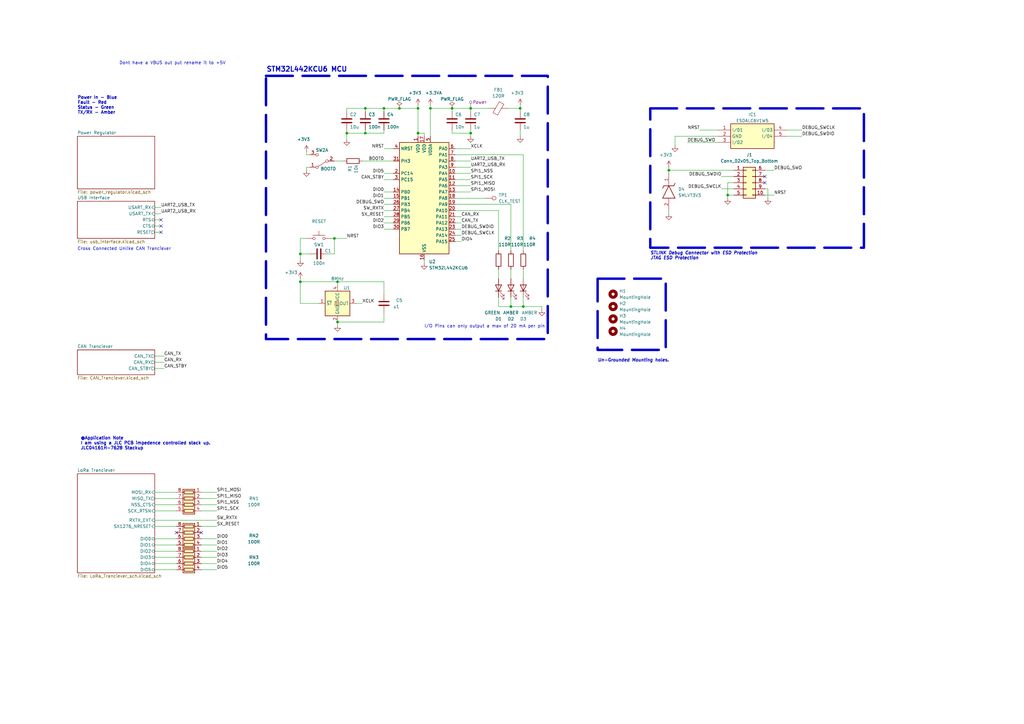
<source format=kicad_sch>
(kicad_sch (version 20230121) (generator eeschema)
  (paper "A3")
  (title_block (date "2023-09-16") (rev "1"))
  (lib_symbols
    (symbol "Connector:TestPoint" (pin_numbers hide) (pin_names (offset 0.762) hide)
      (property "Reference" "TP" (at 0 6.858 0))
      (property "Value" "TestPoint" (at 0 5.08 0))
      (symbol "TestPoint_0_1"
        (circle (center 0 3.302) (radius 0.762))
      )
      (symbol "TestPoint_1_1"
        (pin passive line (at 0 0 90) (length 2.54) (name "1") (number "1"))
      )
    )
    (symbol "Connector_Generic:Conn_02x05_Top_Bottom" (pin_names (offset 1.016) hide)
      (property "Reference" "J" (at 1.27 7.62 0))
      (property "Value" "Conn_02x05_Top_Bottom" (at 1.27 -7.62 0))
      (symbol "Conn_02x05_Top_Bottom_1_1"
        (rectangle (start -1.27 -4.953) (end 0 -5.207) (stroke (width 0.1524)))
        (rectangle (start -1.27 -2.413) (end 0 -2.667) (stroke (width 0.1524)))
        (rectangle (start -1.27 0.127) (end 0 -0.127) (stroke (width 0.1524)))
        (rectangle (start -1.27 2.667) (end 0 2.413) (stroke (width 0.1524)))
        (rectangle (start -1.27 5.207) (end 0 4.953) (stroke (width 0.1524)))
        (rectangle (start -1.27 6.35) (end 3.81 -6.35) (stroke (width 0.254)) (fill (type background)))
        (rectangle (start 3.81 -4.953) (end 2.54 -5.207) (stroke (width 0.1524)))
        (rectangle (start 3.81 -2.413) (end 2.54 -2.667) (stroke (width 0.1524)))
        (rectangle (start 3.81 0.127) (end 2.54 -0.127) (stroke (width 0.1524)))
        (rectangle (start 3.81 2.667) (end 2.54 2.413) (stroke (width 0.1524)))
        (rectangle (start 3.81 5.207) (end 2.54 4.953) (stroke (width 0.1524)))
        (pin passive line (at -5.08 5.08 0) (length 3.81) (name "Pin_1") (number "1"))
        (pin passive line (at 7.62 -5.08 180) (length 3.81) (name "Pin_10") (number "10"))
        (pin passive line (at -5.08 2.54 0) (length 3.81) (name "Pin_2") (number "2"))
        (pin passive line (at -5.08 0 0) (length 3.81) (name "Pin_3") (number "3"))
        (pin passive line (at -5.08 -2.54 0) (length 3.81) (name "Pin_4") (number "4"))
        (pin passive line (at -5.08 -5.08 0) (length 3.81) (name "Pin_5") (number "5"))
        (pin passive line (at 7.62 5.08 180) (length 3.81) (name "Pin_6") (number "6"))
        (pin passive line (at 7.62 2.54 180) (length 3.81) (name "Pin_7") (number "7"))
        (pin passive line (at 7.62 0 180) (length 3.81) (name "Pin_8") (number "8"))
        (pin passive line (at 7.62 -2.54 180) (length 3.81) (name "Pin_9") (number "9"))
      )
    )
    (symbol "Device:C" (pin_numbers hide) (pin_names (offset 0.254))
      (property "Reference" "C" (at 0.635 2.54 0))
      (property "Value" "C" (at 0.635 -2.54 0))
      (symbol "C_0_1"
        (polyline (pts (xy -2.032 -0.762) (xy 2.032 -0.762)) (stroke (width 0.508)))
        (polyline (pts (xy -2.032 0.762) (xy 2.032 0.762)) (stroke (width 0.508)))
      )
      (symbol "C_1_1"
        (pin passive line (at 0 3.81 270) (length 2.794) (name "~") (number "1"))
        (pin passive line (at 0 -3.81 90) (length 2.794) (name "~") (number "2"))
      )
    )
    (symbol "Device:FerriteBead" (pin_numbers hide) (pin_names (offset 0))
      (property "Reference" "FB" (at -3.81 0.635 90))
      (property "Value" "FerriteBead" (at 3.81 0 90))
      (symbol "FerriteBead_0_1"
        (polyline (pts (xy 0 -1.27) (xy 0 -1.2192)))
        (polyline (pts (xy 0 1.27) (xy 0 1.2954)))
        (polyline (pts (xy -2.7686 0.4064) (xy -1.7018 2.2606) (xy 2.7686 -0.3048) (xy 1.6764 -2.159) (xy -2.7686 0.4064)))
      )
      (symbol "FerriteBead_1_1"
        (pin passive line (at 0 3.81 270) (length 2.54) (name "~") (number "1"))
        (pin passive line (at 0 -3.81 90) (length 2.54) (name "~") (number "2"))
      )
    )
    (symbol "Device:LED" (pin_numbers hide) (pin_names (offset 1.016) hide)
      (property "Reference" "D" (at 0 2.54 0))
      (property "Value" "LED" (at 0 -2.54 0))
      (symbol "LED_0_1"
        (polyline (pts (xy -1.27 -1.27) (xy -1.27 1.27)) (stroke (width 0.254)))
        (polyline (pts (xy -1.27 0) (xy 1.27 0)))
        (polyline (pts (xy 1.27 -1.27) (xy 1.27 1.27) (xy -1.27 0) (xy 1.27 -1.27)) (stroke (width 0.254)))
        (polyline (pts (xy -3.048 -0.762) (xy -4.572 -2.286) (xy -3.81 -2.286) (xy -4.572 -2.286) (xy -4.572 -1.524)))
        (polyline (pts (xy -1.778 -0.762) (xy -3.302 -2.286) (xy -2.54 -2.286) (xy -3.302 -2.286) (xy -3.302 -1.524)))
      )
      (symbol "LED_1_1"
        (pin passive line (at -3.81 0 0) (length 2.54) (name "K") (number "1"))
        (pin passive line (at 3.81 0 180) (length 2.54) (name "A") (number "2"))
      )
    )
    (symbol "Device:R" (pin_numbers hide) (pin_names (offset 0))
      (property "Reference" "R" (at 2.032 0 90))
      (property "Value" "R" (at 0 0 90))
      (symbol "R_0_1"
        (rectangle (start -1.016 -2.54) (end 1.016 2.54) (stroke (width 0.254)))
      )
      (symbol "R_1_1"
        (pin passive line (at 0 3.81 270) (length 1.27) (name "~") (number "1"))
        (pin passive line (at 0 -3.81 90) (length 1.27) (name "~") (number "2"))
      )
    )
    (symbol "Device:R_Pack04" (pin_names (offset 0) hide)
      (property "Reference" "RN" (at -7.62 0 90))
      (property "Value" "R_Pack04" (at 5.08 0 90))
      (symbol "R_Pack04_0_1"
        (rectangle (start -6.35 -2.413) (end 3.81 2.413) (stroke (width 0.254)) (fill (type background)))
        (rectangle (start -5.715 1.905) (end -4.445 -1.905) (stroke (width 0.254)))
        (rectangle (start -3.175 1.905) (end -1.905 -1.905) (stroke (width 0.254)))
        (rectangle (start -0.635 1.905) (end 0.635 -1.905) (stroke (width 0.254)))
        (polyline (pts (xy -5.08 -2.54) (xy -5.08 -1.905)))
        (polyline (pts (xy -5.08 1.905) (xy -5.08 2.54)))
        (polyline (pts (xy -2.54 -2.54) (xy -2.54 -1.905)))
        (polyline (pts (xy -2.54 1.905) (xy -2.54 2.54)))
        (polyline (pts (xy 0 -2.54) (xy 0 -1.905)))
        (polyline (pts (xy 0 1.905) (xy 0 2.54)))
        (polyline (pts (xy 2.54 -2.54) (xy 2.54 -1.905)))
        (polyline (pts (xy 2.54 1.905) (xy 2.54 2.54)))
        (rectangle (start 1.905 1.905) (end 3.175 -1.905) (stroke (width 0.254)))
      )
      (symbol "R_Pack04_1_1"
        (pin passive line (at -5.08 -5.08 90) (length 2.54) (name "R1.1") (number "1"))
        (pin passive line (at -2.54 -5.08 90) (length 2.54) (name "R2.1") (number "2"))
        (pin passive line (at 0 -5.08 90) (length 2.54) (name "R3.1") (number "3"))
        (pin passive line (at 2.54 -5.08 90) (length 2.54) (name "R4.1") (number "4"))
        (pin passive line (at 2.54 5.08 270) (length 2.54) (name "R4.2") (number "5"))
        (pin passive line (at 0 5.08 270) (length 2.54) (name "R3.2") (number "6"))
        (pin passive line (at -2.54 5.08 270) (length 2.54) (name "R2.2") (number "7"))
        (pin passive line (at -5.08 5.08 270) (length 2.54) (name "R1.2") (number "8"))
      )
    )
    (symbol "MCU_ST_STM32L4:STM32L442KCUx"
      (property "Reference" "U" (at -10.16 24.13 0))
      (property "Value" "STM32L442KCUx" (at 5.08 24.13 0))
      (symbol "STM32L442KCUx_0_1"
        (rectangle (start -10.16 -22.86) (end 10.16 22.86) (stroke (width 0.254)) (fill (type background)))
      )
      (symbol "STM32L442KCUx_1_1"
        (pin power_in line (at -2.54 25.4 270) (length 2.54) (name "VDD") (number "1"))
        (pin bidirectional line (at 12.7 10.16 180) (length 2.54) (name "PA4") (number "10"))
        (pin bidirectional line (at 12.7 7.62 180) (length 2.54) (name "PA5") (number "11"))
        (pin bidirectional line (at 12.7 5.08 180) (length 2.54) (name "PA6") (number "12"))
        (pin bidirectional line (at 12.7 2.54 180) (length 2.54) (name "PA7") (number "13"))
        (pin bidirectional line (at -12.7 2.54 0) (length 2.54) (name "PB0") (number "14"))
        (pin bidirectional line (at -12.7 0 0) (length 2.54) (name "PB1") (number "15"))
        (pin power_in line (at 0 -25.4 90) (length 2.54) (name "VSS") (number "16"))
        (pin power_in line (at 0 25.4 270) (length 2.54) (name "VDD") (number "17"))
        (pin bidirectional line (at 12.7 0 180) (length 2.54) (name "PA8") (number "18"))
        (pin bidirectional line (at 12.7 -2.54 180) (length 2.54) (name "PA9") (number "19"))
        (pin bidirectional line (at -12.7 10.16 0) (length 2.54) (name "PC14") (number "2"))
        (pin bidirectional line (at 12.7 -5.08 180) (length 2.54) (name "PA10") (number "20"))
        (pin bidirectional line (at 12.7 -7.62 180) (length 2.54) (name "PA11") (number "21"))
        (pin bidirectional line (at 12.7 -10.16 180) (length 2.54) (name "PA12") (number "22"))
        (pin bidirectional line (at 12.7 -12.7 180) (length 2.54) (name "PA13") (number "23"))
        (pin bidirectional line (at 12.7 -15.24 180) (length 2.54) (name "PA14") (number "24"))
        (pin bidirectional line (at 12.7 -17.78 180) (length 2.54) (name "PA15") (number "25"))
        (pin bidirectional line (at -12.7 -2.54 0) (length 2.54) (name "PB3") (number "26"))
        (pin bidirectional line (at -12.7 -5.08 0) (length 2.54) (name "PB4") (number "27"))
        (pin bidirectional line (at -12.7 -7.62 0) (length 2.54) (name "PB5") (number "28"))
        (pin bidirectional line (at -12.7 -10.16 0) (length 2.54) (name "PB6") (number "29"))
        (pin bidirectional line (at -12.7 7.62 0) (length 2.54) (name "PC15") (number "3"))
        (pin bidirectional line (at -12.7 -12.7 0) (length 2.54) (name "PB7") (number "30"))
        (pin bidirectional line (at -12.7 15.24 0) (length 2.54) (name "PH3") (number "31"))
        (pin passive line (at 0 -25.4 90) (length 2.54) hide (name "VSS") (number "32"))
        (pin passive line (at 0 -25.4 90) (length 2.54) hide (name "VSS") (number "33"))
        (pin input line (at -12.7 20.32 0) (length 2.54) (name "NRST") (number "4"))
        (pin power_in line (at 2.54 25.4 270) (length 2.54) (name "VDDA") (number "5"))
        (pin bidirectional line (at 12.7 20.32 180) (length 2.54) (name "PA0") (number "6"))
        (pin bidirectional line (at 12.7 17.78 180) (length 2.54) (name "PA1") (number "7"))
        (pin bidirectional line (at 12.7 15.24 180) (length 2.54) (name "PA2") (number "8"))
        (pin bidirectional line (at 12.7 12.7 180) (length 2.54) (name "PA3") (number "9"))
      )
    )
    (symbol "Mechanical:MountingHole" (pin_names (offset 1.016))
      (property "Reference" "H" (at 0 5.08 0))
      (property "Value" "MountingHole" (at 0 3.175 0))
      (symbol "MountingHole_0_1"
        (circle (center 0 0) (radius 1.27) (stroke (width 1.27)))
      )
    )
    (symbol "RF_Parts:ESDALC6V1W5"
      (property "Reference" "IC" (at 24.13 7.62 0))
      (property "Value" "ESDALC6V1W5" (at 24.13 5.08 0))
      (symbol "ESDALC6V1W5_1_1"
        (rectangle (start 5.08 2.54) (end 22.86 -7.62) (stroke (width 0.254)) (fill (type background)))
        (pin passive line (at 0 0 0) (length 5.08) (name "I/01") (number "1"))
        (pin passive line (at 0 -2.54 0) (length 5.08) (name "GND") (number "2"))
        (pin passive line (at 0 -5.08 0) (length 5.08) (name "I/02") (number "3"))
        (pin passive line (at 27.94 0 180) (length 5.08) (name "I/03") (number "4"))
        (pin passive line (at 27.94 -2.54 180) (length 5.08) (name "I/04") (number "5"))
      )
    )
    (symbol "RF_Parts:SG-3225CAN"
      (property "Reference" "U" (at 3.81 7.62 0))
      (symbol "SG-3225CAN_0_1"
        (rectangle (start -5.08 5.08) (end 5.08 -5.08) (stroke (width 0.254)) (fill (type background)))
        (polyline (pts (xy -1.27 -0.762) (xy -1.016 -0.762) (xy -1.016 0.762) (xy -0.508 0.762) (xy -0.508 -0.762) (xy 0 -0.762) (xy 0 0.762) (xy 0.508 0.762) (xy 0.508 -0.762) (xy 0.762 -0.762)))
      )
      (symbol "SG-3225CAN_1_1"
        (pin input line (at -7.62 0 0) (length 2.54) (name "~{ST}") (number "1"))
        (pin power_in line (at 0 -7.62 90) (length 2.54) (name "GND") (number "2"))
        (pin output line (at 7.62 0 180) (length 2.54) (name "OUT") (number "3"))
        (pin power_in line (at 0 7.62 270) (length 2.54) (name "VCC") (number "4"))
      )
    )
    (symbol "RF_Parts:SMLVT3V3" (pin_names hide)
      (property "Reference" "D" (at 10.16 8.89 0))
      (property "Value" "SMLVT3V3" (at 10.16 6.35 0))
      (symbol "SMLVT3V3_1_1"
        (polyline (pts (xy 4.064 2.54) (xy 5.08 2.032)) (stroke (width 0.254)))
        (polyline (pts (xy 5.08 -2.032) (xy 5.08 2.032)) (stroke (width 0.254)))
        (polyline (pts (xy 5.08 -2.032) (xy 6.096 -2.54)) (stroke (width 0.254)))
        (polyline (pts (xy 5.08 0) (xy 10.16 2.54)) (stroke (width 0.254)))
        (polyline (pts (xy 10.16 -2.54) (xy 5.08 0)) (stroke (width 0.254)))
        (polyline (pts (xy 10.16 -2.54) (xy 10.16 2.54)) (stroke (width 0.254)))
        (pin passive line (at 0 0 0) (length 5.08) (name "K") (number "1"))
        (pin passive line (at 15.24 0 180) (length 5.08) (name "A") (number "2"))
      )
    )
    (symbol "Switch:SW_DPDT_x2" (pin_names (offset 0) hide)
      (property "Reference" "SW" (at 0 4.318 0))
      (property "Value" "SW_DPDT_x2" (at 0 -5.08 0))
      (symbol "SW_DPDT_x2_0_0"
        (circle (center -2.032 0) (radius 0.508))
        (circle (center 2.032 -2.54) (radius 0.508))
      )
      (symbol "SW_DPDT_x2_0_1"
        (polyline (pts (xy -1.524 0.254) (xy 1.651 2.286)))
        (circle (center 2.032 2.54) (radius 0.508))
      )
      (symbol "SW_DPDT_x2_1_1"
        (pin passive line (at 5.08 2.54 180) (length 2.54) (name "A") (number "1"))
        (pin passive line (at -5.08 0 0) (length 2.54) (name "B") (number "2"))
        (pin passive line (at 5.08 -2.54 180) (length 2.54) (name "C") (number "3"))
      )
      (symbol "SW_DPDT_x2_2_1"
        (pin passive line (at 5.08 2.54 180) (length 2.54) (name "A") (number "4"))
        (pin passive line (at -5.08 0 0) (length 2.54) (name "B") (number "5"))
        (pin passive line (at 5.08 -2.54 180) (length 2.54) (name "C") (number "6"))
      )
    )
    (symbol "Switch:SW_Push" (pin_numbers hide) (pin_names (offset 1.016) hide)
      (property "Reference" "SW" (at 1.27 2.54 0))
      (property "Value" "SW_Push" (at 0 -1.524 0))
      (symbol "SW_Push_0_1"
        (circle (center -2.032 0) (radius 0.508))
        (polyline (pts (xy 0 1.27) (xy 0 3.048)))
        (polyline (pts (xy 2.54 1.27) (xy -2.54 1.27)))
        (circle (center 2.032 0) (radius 0.508))
        (pin passive line (at -5.08 0 0) (length 2.54) (name "1") (number "1"))
        (pin passive line (at 5.08 0 180) (length 2.54) (name "2") (number "2"))
      )
    )
    (symbol "power:+3.3VA" (power) (pin_names (offset 0))
      (property "Value" "+3.3VA" (at 0 3.556 0))
      (symbol "+3.3VA_0_1"
        (polyline (pts (xy -0.762 1.27) (xy 0 2.54)))
        (polyline (pts (xy 0 0) (xy 0 2.54)))
        (polyline (pts (xy 0 2.54) (xy 0.762 1.27)))
      )
      (symbol "+3.3VA_1_1"
        (pin power_in line (at 0 0 90) (length 0) hide (name "+3.3VA") (number "1"))
      )
    )
    (symbol "power:+3V3" (power) (pin_names (offset 0))
      (property "Value" "+3V3" (at 0 3.556 0))
      (symbol "+3V3_0_1"
        (polyline (pts (xy -0.762 1.27) (xy 0 2.54)))
        (polyline (pts (xy 0 0) (xy 0 2.54)))
        (polyline (pts (xy 0 2.54) (xy 0.762 1.27)))
      )
      (symbol "+3V3_1_1"
        (pin power_in line (at 0 0 90) (length 0) hide (name "+3V3") (number "1"))
      )
    )
    (symbol "power:GND" (power) (pin_names (offset 0))
      (property "Value" "GND" (at 0 -3.81 0))
      (symbol "GND_0_1"
        (polyline (pts (xy 0 0) (xy 0 -1.27) (xy 1.27 -1.27) (xy 0 -2.54) (xy -1.27 -1.27) (xy 0 -1.27)))
      )
      (symbol "GND_1_1"
        (pin power_in line (at 0 0 270) (length 0) hide (name "GND") (number "1"))
      )
    )
    (symbol "power:PWR_FLAG" (power) (pin_numbers hide) (pin_names (offset 0) hide)
      (property "Value" "PWR_FLAG" (at 0 3.81 0))
      (symbol "PWR_FLAG_0_0"
        (pin power_out line (at 0 0 90) (length 0) (name "pwr") (number "1"))
      )
      (symbol "PWR_FLAG_0_1"
        (polyline (pts (xy 0 0) (xy 0 1.27) (xy -1.016 1.905) (xy 0 2.54) (xy 1.016 1.905) (xy 0 1.27)))
      )
    )
  )
  (junction (at 185.42 44.45))
  (junction (at 171.45 54.61))
  (junction (at 213.36 44.45))
  (junction (at 163.83 44.45))
  (junction (at 193.04 44.45))
  (junction (at 149.86 54.61))
  (junction (at 176.53 44.45))
  (junction (at 123.19 115.57))
  (junction (at 214.63 125.73))
  (junction (at 298.45 80.01))
  (junction (at 157.48 44.45))
  (junction (at 142.24 54.61))
  (junction (at 123.19 104.14))
  (junction (at 209.55 125.73))
  (junction (at 149.86 44.45))
  (junction (at 193.04 54.61))
  (junction (at 137.16 97.79))
  (junction (at 138.43 115.57))
  (junction (at 274.32 69.85))
  (junction (at 138.43 132.08))
  (junction (at 171.45 44.45))
  (no_connect (at 82.55 218.44))
  (no_connect (at 66.04 92.71))
  (no_connect (at 72.39 218.44))
  (no_connect (at 66.04 90.17))
  (no_connect (at 313.69 74.93))
  (no_connect (at 313.69 72.39))
  (no_connect (at 66.04 95.25))
  (wire (pts (xy 185.42 44.45) (xy 185.42 45.72)))
  (wire (pts (xy 123.19 97.79) (xy 123.19 104.14)))
  (wire (pts (xy 186.69 78.74) (xy 193.04 78.74)))
  (wire (pts (xy 137.16 97.79) (xy 137.16 104.14)))
  (wire (pts (xy 138.43 115.57) (xy 123.19 115.57)))
  (wire (pts (xy 314.96 81.28) (xy 314.96 77.47)))
  (wire (pts (xy 63.5 90.17) (xy 66.04 90.17)))
  (wire (pts (xy 298.45 80.01) (xy 300.99 80.01)))
  (wire (pts (xy 127 68.58) (xy 125.73 68.58)))
  (wire (pts (xy 193.04 55.88) (xy 193.04 54.61)))
  (wire (pts (xy 199.39 81.28) (xy 186.69 81.28)))
  (wire (pts (xy 125.73 97.79) (xy 123.19 97.79)))
  (wire (pts (xy 274.32 86.36) (xy 274.32 87.63)))
  (wire (pts (xy 63.5 231.14) (xy 72.39 231.14)))
  (wire (pts (xy 193.04 44.45) (xy 200.66 44.45)))
  (wire (pts (xy 204.47 121.92) (xy 204.47 125.73)))
  (wire (pts (xy 82.55 226.06) (xy 88.9 226.06)))
  (wire (pts (xy 281.94 58.42) (xy 294.64 58.42)))
  (wire (pts (xy 171.45 43.18) (xy 171.45 44.45)))
  (wire (pts (xy 176.53 44.45) (xy 185.42 44.45)))
  (wire (pts (xy 161.29 78.74) (xy 157.48 78.74)))
  (wire (pts (xy 63.5 148.59) (xy 67.31 148.59)))
  (wire (pts (xy 82.55 223.52) (xy 88.9 223.52)))
  (wire (pts (xy 123.19 115.57) (xy 123.19 124.46)))
  (wire (pts (xy 274.32 68.58) (xy 274.32 69.85)))
  (wire (pts (xy 204.47 86.36) (xy 186.69 86.36)))
  (wire (pts (xy 123.19 104.14) (xy 123.19 106.68)))
  (wire (pts (xy 295.91 77.47) (xy 300.99 77.47)))
  (wire (pts (xy 161.29 88.9) (xy 157.48 88.9)))
  (wire (pts (xy 213.36 44.45) (xy 213.36 45.72)))
  (wire (pts (xy 63.5 201.93) (xy 72.39 201.93)))
  (wire (pts (xy 138.43 116.84) (xy 138.43 115.57)))
  (wire (pts (xy 185.42 54.61) (xy 193.04 54.61)))
  (wire (pts (xy 138.43 132.08) (xy 157.48 132.08)))
  (wire (pts (xy 63.5 213.36) (xy 88.9 213.36)))
  (wire (pts (xy 82.55 207.01) (xy 88.9 207.01)))
  (wire (pts (xy 295.91 72.39) (xy 300.99 72.39)))
  (wire (pts (xy 142.24 54.61) (xy 149.86 54.61)))
  (wire (pts (xy 63.5 207.01) (xy 72.39 207.01)))
  (wire (pts (xy 214.63 114.3) (xy 214.63 110.49)))
  (wire (pts (xy 161.29 86.36) (xy 157.48 86.36)))
  (wire (pts (xy 125.73 68.58) (xy 125.73 69.85)))
  (wire (pts (xy 157.48 83.82) (xy 161.29 83.82)))
  (wire (pts (xy 123.19 114.3) (xy 123.19 115.57)))
  (wire (pts (xy 63.5 228.6) (xy 72.39 228.6)))
  (wire (pts (xy 204.47 125.73) (xy 209.55 125.73)))
  (wire (pts (xy 294.64 55.88) (xy 276.86 55.88)))
  (wire (pts (xy 157.48 60.96) (xy 161.29 60.96)))
  (wire (pts (xy 213.36 43.18) (xy 213.36 44.45)))
  (wire (pts (xy 317.5 80.01) (xy 313.69 80.01)))
  (wire (pts (xy 171.45 54.61) (xy 171.45 55.88)))
  (wire (pts (xy 63.5 226.06) (xy 72.39 226.06)))
  (wire (pts (xy 186.69 88.9) (xy 189.23 88.9)))
  (wire (pts (xy 186.69 63.5) (xy 214.63 63.5)))
  (wire (pts (xy 173.99 55.88) (xy 173.99 54.61)))
  (wire (pts (xy 63.5 87.63) (xy 66.04 87.63)))
  (wire (pts (xy 82.55 201.93) (xy 88.9 201.93)))
  (wire (pts (xy 63.5 215.9) (xy 72.39 215.9)))
  (wire (pts (xy 317.5 69.85) (xy 313.69 69.85)))
  (wire (pts (xy 137.16 66.04) (xy 140.97 66.04)))
  (wire (pts (xy 186.69 68.58) (xy 193.04 68.58)))
  (wire (pts (xy 298.45 80.01) (xy 298.45 81.28)))
  (wire (pts (xy 193.04 45.72) (xy 193.04 44.45)))
  (wire (pts (xy 186.69 76.2) (xy 193.04 76.2)))
  (wire (pts (xy 63.5 85.09) (xy 66.04 85.09)))
  (wire (pts (xy 186.69 96.52) (xy 189.23 96.52)))
  (wire (pts (xy 161.29 91.44) (xy 157.48 91.44)))
  (wire (pts (xy 171.45 44.45) (xy 171.45 54.61)))
  (wire (pts (xy 142.24 44.45) (xy 142.24 45.72)))
  (wire (pts (xy 138.43 115.57) (xy 157.48 115.57)))
  (wire (pts (xy 157.48 44.45) (xy 163.83 44.45)))
  (wire (pts (xy 176.53 44.45) (xy 176.53 55.88)))
  (wire (pts (xy 142.24 53.34) (xy 142.24 54.61)))
  (wire (pts (xy 208.28 44.45) (xy 213.36 44.45)))
  (wire (pts (xy 189.23 99.06) (xy 186.69 99.06)))
  (wire (pts (xy 63.5 204.47) (xy 72.39 204.47)))
  (wire (pts (xy 204.47 102.87) (xy 204.47 86.36)))
  (wire (pts (xy 322.58 53.34) (xy 328.93 53.34)))
  (wire (pts (xy 274.32 69.85) (xy 274.32 71.12)))
  (wire (pts (xy 298.45 74.93) (xy 300.99 74.93)))
  (wire (pts (xy 214.63 63.5) (xy 214.63 102.87)))
  (wire (pts (xy 82.55 228.6) (xy 88.9 228.6)))
  (wire (pts (xy 186.69 66.04) (xy 193.04 66.04)))
  (wire (pts (xy 186.69 71.12) (xy 193.04 71.12)))
  (wire (pts (xy 82.55 220.98) (xy 88.9 220.98)))
  (wire (pts (xy 214.63 125.73) (xy 209.55 125.73)))
  (wire (pts (xy 186.69 91.44) (xy 189.23 91.44)))
  (wire (pts (xy 193.04 53.34) (xy 193.04 54.61)))
  (wire (pts (xy 149.86 44.45) (xy 149.86 45.72)))
  (wire (pts (xy 63.5 220.98) (xy 72.39 220.98)))
  (wire (pts (xy 149.86 54.61) (xy 157.48 54.61)))
  (wire (pts (xy 157.48 120.65) (xy 157.48 115.57)))
  (wire (pts (xy 186.69 60.96) (xy 193.04 60.96)))
  (wire (pts (xy 157.48 53.34) (xy 157.48 54.61)))
  (wire (pts (xy 63.5 151.13) (xy 67.31 151.13)))
  (wire (pts (xy 137.16 104.14) (xy 134.62 104.14)))
  (wire (pts (xy 149.86 53.34) (xy 149.86 54.61)))
  (wire (pts (xy 142.24 44.45) (xy 149.86 44.45)))
  (wire (pts (xy 138.43 132.08) (xy 138.43 133.35)))
  (wire (pts (xy 142.24 54.61) (xy 142.24 57.15)))
  (wire (pts (xy 82.55 204.47) (xy 88.9 204.47)))
  (wire (pts (xy 314.96 77.47) (xy 313.69 77.47)))
  (wire (pts (xy 204.47 114.3) (xy 204.47 110.49)))
  (wire (pts (xy 125.73 63.5) (xy 127 63.5)))
  (wire (pts (xy 63.5 223.52) (xy 72.39 223.52)))
  (wire (pts (xy 148.59 124.46) (xy 146.05 124.46)))
  (wire (pts (xy 209.55 83.82) (xy 186.69 83.82)))
  (wire (pts (xy 163.83 44.45) (xy 171.45 44.45)))
  (wire (pts (xy 127 104.14) (xy 123.19 104.14)))
  (wire (pts (xy 276.86 55.88) (xy 276.86 59.69)))
  (wire (pts (xy 137.16 97.79) (xy 142.24 97.79)))
  (wire (pts (xy 287.02 53.34) (xy 294.64 53.34)))
  (wire (pts (xy 123.19 124.46) (xy 130.81 124.46)))
  (wire (pts (xy 157.48 44.45) (xy 149.86 44.45)))
  (wire (pts (xy 63.5 95.25) (xy 66.04 95.25)))
  (wire (pts (xy 186.69 73.66) (xy 193.04 73.66)))
  (wire (pts (xy 148.59 66.04) (xy 161.29 66.04)))
  (wire (pts (xy 161.29 81.28) (xy 157.48 81.28)))
  (wire (pts (xy 185.42 44.45) (xy 193.04 44.45)))
  (wire (pts (xy 209.55 102.87) (xy 209.55 83.82)))
  (wire (pts (xy 125.73 63.5) (xy 125.73 62.23)))
  (wire (pts (xy 214.63 121.92) (xy 214.63 125.73)))
  (wire (pts (xy 176.53 43.18) (xy 176.53 44.45)))
  (wire (pts (xy 222.25 127) (xy 222.25 125.73)))
  (wire (pts (xy 173.99 54.61) (xy 171.45 54.61)))
  (wire (pts (xy 157.48 128.27) (xy 157.48 132.08)))
  (wire (pts (xy 209.55 125.73) (xy 209.55 121.92)))
  (wire (pts (xy 63.5 233.68) (xy 72.39 233.68)))
  (wire (pts (xy 82.55 209.55) (xy 88.9 209.55)))
  (wire (pts (xy 185.42 53.34) (xy 185.42 54.61)))
  (wire (pts (xy 82.55 231.14) (xy 88.9 231.14)))
  (wire (pts (xy 135.89 97.79) (xy 137.16 97.79)))
  (wire (pts (xy 82.55 215.9) (xy 88.9 215.9)))
  (wire (pts (xy 173.99 106.68) (xy 173.99 107.95)))
  (wire (pts (xy 222.25 125.73) (xy 214.63 125.73)))
  (wire (pts (xy 322.58 55.88) (xy 328.93 55.88)))
  (wire (pts (xy 298.45 74.93) (xy 298.45 80.01)))
  (wire (pts (xy 213.36 53.34) (xy 213.36 55.88)))
  (wire (pts (xy 186.69 93.98) (xy 189.23 93.98)))
  (wire (pts (xy 274.32 69.85) (xy 300.99 69.85)))
  (wire (pts (xy 157.48 44.45) (xy 157.48 45.72)))
  (wire (pts (xy 157.48 71.12) (xy 161.29 71.12)))
  (wire (pts (xy 82.55 233.68) (xy 88.9 233.68)))
  (wire (pts (xy 157.48 73.66) (xy 161.29 73.66)))
  (wire (pts (xy 63.5 146.05) (xy 67.31 146.05)))
  (wire (pts (xy 209.55 114.3) (xy 209.55 110.49)))
  (wire (pts (xy 63.5 92.71) (xy 66.04 92.71)))
  (wire (pts (xy 63.5 209.55) (xy 72.39 209.55)))
  (wire (pts (xy 161.29 93.98) (xy 157.48 93.98)))
  (rectangle (start 109.093 31.115) (end 224.663 139.065) (stroke (width 1) (type dash)))
  (rectangle (start 478.79 15.24) (end 491.49 26.67))
  (rectangle (start 520.7 15.24) (end 538.48 29.21))
  (rectangle (start 497.84 17.78) (end 502.92 22.86))
  (rectangle (start 444.5 15.24) (end 452.12 26.67))
  (rectangle (start 245.11 114.3) (end 273.05 143.51) (stroke (width 1) (type dash)))
  (rectangle (start 444.5 8.89) (end 538.48 34.29))
  (rectangle (start 457.2 17.78) (end 463.55 24.13))
  (rectangle (start 266.7 44.45) (end 354.33 101.6) (stroke (width 1) (type dash)))
  (rectangle (start 461.01 29.21) (end 468.63 34.29))
  (text "MCU" (at 478.79 15.24 0) (effects (font (size 1.27 1.27)) (justify left bottom)))
  (text "Front\n" (at 444.5 7.62 0) (effects (font (size 1.27 1.27)) (justify left bottom)))
  (text "Un-Grounded Mounting holes." (at 245.11 148.59 0) (effects (font (size 1.27 1.27) (thickness 0.254) bold italic) (justify left bottom)))
  (text "COAX RF Anttenna\n" (at 520.7 15.24 0) (effects (font (size 1.27 1.27)) (justify left bottom)))
  (text "Final parts bill:\n\nLDO Voltage Regulator : https://www.digikey.ca/en/products/detail/texas-instruments/TLV2217-33KVURG3/1096010\n\nSTM32L562CET6 : https://www.st.com/en/microcontrollers-microprocessors/stm32l562ce.html#sample-buy\n\nRF Tranciever AT86RF215-ZU : https://www.digikey.ca/en/products/detail/microchip-technology/AT86RF215-ZU/5147177\n\nCAN Tranciever MCP2544WFD-E/FSN : https://www.digikey.ca/en/products/detail/microchip-technology/MCP2544WFD-E%2FSN/5975771\n\n8 MHz Crystal Occilator ECS-80-12-33-JGN-TR : https://www.digikey.ca/en/products/detail/ecs-inc/ECS-80-12-33-JGN-TR/10478754\n\nUSB ESD PROTECTION TVS : https://www.digikey.ca/en/products/detail/stmicroelectronics/USBLC6-2SC6/1040559\n\nSWD ESD PROTECTION IC : https://www.digikey.ca/en/products/detail/stmicroelectronics/ESDALC6V1W5/1037997\n\nSWD ESD PROTECTION DIODE : https://www.digikey.ca/en/products/detail/stmicroelectronics/SMLVT3V3/603521\n\nPOWER DIODE ESDA7P120-1U1M : https://www.digikey.ca/en/products/detail/stmicroelectronics/ESDA7P120-1U1M/6709858\n\nCAN Transciever ESD Protection ESDCAN03-2BWY : https://www.digikey.ca/en/products/detail/stmicroelectronics/ESDCAN03-2BWY/5305266\n\nButton Push : https://www.digikey.ca/en/products/detail/w%C3%BCrth-elektronik/434133025816/9950810\n\nCAN 2.0 Controller MCP2517FD-H/FSL : https://www.digikey.ca/en/products/detail/microchip-technology/MCP2517FD-H%2FSL/7691348?" (at 444.5 86.36 0) (effects (font (size 1.27 1.27)) (justify left bottom)))
  (text "STM32L442KCU6 MCU" (at 109.22 29.718 0) (effects (font (size 2 2) (thickness 0.4) bold) (justify left bottom)))
  (text "CAN Transciever\n" (at 453.39 17.78 0) (effects (font (size 1.27 1.27)) (justify left bottom)))
  (text "STLINK Debug Connector with ESD Protection\nJTAG ESD Protection" (at 266.7 106.68 0) (effects (font (size 1.27 1.27) (thickness 0.254) bold italic) (justify left bottom)))
  (text "@Application Note\nI am using a JLC PCB impedence controlled stack up.\nJLC04161H-7628 Stackup\n\n" (at 33.02 186.69 0) (effects (font (size 1.27 1.27) (thickness 0.254) bold) (justify left bottom)))
  (text "Power In - Blue\nFault - Red\nStatus - Green\nTX/RX - Amber" (at 31.75 46.99 0) (effects (font (size 1.27 1.27) (thickness 0.254) bold) (justify left bottom)))
  (text "USB\n" (at 461.01 31.75 0) (effects (font (size 1.27 1.27)) (justify left bottom)))
  (text "Cross Connected Unlike CAN Tranciever" (at 31.75 102.87 0) (effects (font (size 1.27 1.27)) (justify left bottom)))
  (text "I/O Pins can only output a max of 20 mA per pin" (at 173.99 134.62 0) (effects (font (size 1.27 1.27)) (justify left bottom)))
  (text "CAN RJ45" (at 450.85 26.67 90) (effects (font (size 1.27 1.27)) (justify left bottom)))
  (text "RF Transciever\n" (at 495.3 17.78 0) (effects (font (size 1.27 1.27)) (justify left bottom)))
  (text "Dont have a VBUS out put rename it to +5V\n" (at 48.895 26.67 0) (effects (font (size 1.27 1.27)) (justify left bottom)))
  (label "DIO3" (at 157.48 93.98 180))
  (label "DIO4" (at 189.23 99.06 0))
  (label "SPI1_MISO" (at 88.9 204.47 0))
  (label "SX_RESET" (at 157.48 88.9 180))
  (label "DEBUG_SWDIO" (at 189.23 93.98 0))
  (label "DEBUG_SWO" (at 281.94 58.42 0))
  (label "SPI1_SCK" (at 88.9 209.55 0))
  (label "DEBUG_SWO" (at 317.5 69.85 0))
  (label "NRST" (at 142.24 97.79 0))
  (label "UART2_USB_TX" (at 66.04 85.09 0))
  (label "UART2_USB_TX" (at 193.04 66.04 0))
  (label "DEBUG_SWDIO" (at 295.91 72.39 180))
  (label "CAN_STBY" (at 157.48 73.66 180))
  (label "DIO5" (at 88.9 233.68 0))
  (label "NRST" (at 287.02 53.34 180))
  (label "NRST" (at 317.5 80.01 0))
  (label "DIO1" (at 157.48 81.28 180))
  (label "CAN_RX" (at 189.23 88.9 0))
  (label "DIO3" (at 88.9 228.6 0))
  (label "DIO0" (at 88.9 220.98 0))
  (label "NRST" (at 157.48 60.96 180))
  (label "CAN_TX" (at 67.31 146.05 0))
  (label "SPI1_MOSI" (at 193.04 78.74 0))
  (label "UART2_USB_RX" (at 193.04 68.58 0))
  (label "SW_RXTX" (at 157.48 86.36 180))
  (label "DEBUG_SWO" (at 157.48 83.82 180))
  (label "CAN_STBY" (at 67.31 151.13 0))
  (label "DIO4" (at 88.9 231.14 0))
  (label "BOOT0" (at 157.48 66.04 180))
  (label "XCLK" (at 148.59 124.46 0))
  (label "SPI1_NSS" (at 193.04 71.12 0))
  (label "DEBUG_SWCLK" (at 189.23 96.52 0))
  (label "DIO2" (at 88.9 226.06 0))
  (label "SPI1_NSS" (at 88.9 207.01 0))
  (label "DIO2" (at 157.48 91.44 180))
  (label "SX_RESET" (at 88.9 215.9 0))
  (label "SW_RXTX" (at 88.9 213.36 0))
  (label "DEBUG_SWDIO" (at 328.93 55.88 0))
  (label "DIO5" (at 157.48 71.12 180))
  (label "DIO0" (at 157.48 78.74 180))
  (label "SPI1_MISO" (at 193.04 76.2 0))
  (label "XCLK" (at 193.04 60.96 0))
  (label "UART2_USB_RX" (at 66.04 87.63 0))
  (label "DIO1" (at 88.9 223.52 0))
  (label "SPI1_MOSI" (at 88.9 201.93 0))
  (label "DEBUG_SWCLK" (at 295.91 77.47 180))
  (label "CAN_TX" (at 189.23 91.44 0))
  (label "CAN_RX" (at 67.31 148.59 0))
  (label "SPI1_SCK" (at 193.04 73.66 0))
  (label "DEBUG_SWCLK" (at 328.93 53.34 0))
  (netclass_flag "" (length 2.54) (shape round) (at 193.04 44.45 0) (property "Netclass" "Power" (at 193.7385 41.91 0) (effects (font italic) (justify left))))
  (symbol (lib_id "Device:FerriteBead") (at 204.47 44.45 90) (unit 1)
    (property "Reference" "FB1" (at 204.4192 36.83 90))
    (property "Value" "120R" (at 204.4192 39.37 90))
    (property "Footprint" "Resistor_SMD:R_0603_1608Metric" (effects hide))
    (property "LCSC #" "C62708" (effects hide))
    (property "JLCPCB Part#(optional)" "C62708" (effects hide))
    (property "DK #" "240-2367-1-ND" (effects hide))
  )
  (symbol (lib_id "power:+3V3") (at 274.32 68.58 0) (unit 1)
    (property "Reference" "#PWR014" (effects hide))
    (property "Value" "+3V3" (at 273.05 63.5 0))
  )
  (symbol (lib_id "Device:C") (at 193.04 49.53 0) (unit 1)
    (property "Reference" "C7" (at 194.31 46.99 0) (effects (justify left)))
    (property "Value" "1u" (at 194.31 52.07 0) (effects (justify left)))
    (property "Footprint" "Capacitor_SMD:C_0402_1005Metric" (effects hide))
    (property "LCSC #" "C528974" (effects hide))
    (property "JLCPCB Part#(optional)" "C528974" (effects hide))
    (property "DK #" "490-13339-1-ND" (effects hide))
  )
  (symbol (lib_id "Device:C") (at 185.42 49.53 0) (unit 1)
    (property "Reference" "C6" (at 186.69 46.99 0) (effects (justify left)))
    (property "Value" "10n" (at 186.69 52.07 0) (effects (justify left)))
    (property "Footprint" "Capacitor_SMD:C_0402_1005Metric" (effects hide))
    (property "LCSC #" "C1525" (effects hide))
    (property "JLCPCB Part#(optional)" "-- mixed values --" (effects hide))
    (property "DK #" "490-4762-1-ND" (effects hide))
  )
  (symbol (lib_id "power:GND") (at 142.24 57.15 0) (unit 1)
    (property "Reference" "#PWR06" (effects hide))
    (property "Value" "GND" (effects hide))
  )
  (symbol (lib_id "power:+3V3") (at 125.73 62.23 0) (unit 1)
    (property "Reference" "#PWR03" (effects hide))
    (property "Value" "+3V3" (at 124.46 57.15 0))
  )
  (symbol (lib_id "Device:C") (at 213.36 49.53 0) (unit 1)
    (property "Reference" "C8" (at 214.63 46.99 0) (effects (justify left)))
    (property "Value" "1u" (at 214.63 52.07 0) (effects (justify left)))
    (property "Footprint" "Capacitor_SMD:C_0402_1005Metric" (effects hide))
    (property "LCSC #" "C528974" (effects hide))
    (property "JLCPCB Part#(optional)" "C528974" (effects hide))
    (property "DK #" "490-13339-1-ND" (effects hide))
  )
  (symbol (lib_id "Device:R") (at 209.55 106.68 180) (unit 1)
    (property "Reference" "R3" (at 214.63 97.79 0) (effects (justify left)))
    (property "Value" "110R" (at 214.63 100.33 0) (effects (justify left)))
    (property "Footprint" "Resistor_SMD:R_0603_1608Metric" (effects hide))
    (property "LCSC #" "C138064" (effects hide))
    (property "JLCPCB Part#(optional)" "C138064" (effects hide))
    (property "DK #" "RMCF0603FT110RCT-ND" (effects hide))
  )
  (symbol (lib_id "Device:R") (at 144.78 66.04 90) (unit 1)
    (property "Reference" "R1" (at 143.51 70.485 0) (effects (justify left)))
    (property "Value" "10k" (at 146.05 71.12 0) (effects (justify left)))
    (property "Footprint" "Resistor_SMD:R_0603_1608Metric" (effects hide))
    (property "LCSC #" "C25531" (effects hide))
    (property "JLCPCB Part#(optional)" "C25531" (effects hide))
    (property "DK #" "311-10.0KHRCT-ND" (effects hide))
  )
  (symbol (lib_id "Mechanical:MountingHole") (at 251.46 125.73 0) (unit 1)
    (property "Reference" "H2" (at 254 124.46 0) (effects (justify left)))
    (property "Value" "MountingHole" (at 254 127 0) (effects (justify left)))
    (property "Footprint" "MountingHole:MountingHole_2.2mm_M2" (effects hide))
  )
  (symbol (lib_id "power:GND") (at 138.43 133.35 0) (unit 1)
    (property "Reference" "#PWR05" (effects hide))
    (property "Value" "GND" (effects hide))
  )
  (symbol (lib_id "Device:R") (at 214.63 106.68 180) (unit 1)
    (property "Reference" "R4" (at 219.71 97.79 0) (effects (justify left)))
    (property "Value" "110R" (at 219.71 100.33 0) (effects (justify left)))
    (property "Footprint" "Resistor_SMD:R_0603_1608Metric" (effects hide))
    (property "LCSC #" "C138064" (effects hide))
    (property "JLCPCB Part#(optional)" "C138064" (effects hide))
    (property "DK #" "RMCF0603FT110RCT-ND" (effects hide))
  )
  (symbol (lib_id "Connector_Generic:Conn_02x05_Top_Bottom") (at 306.07 74.93 0) (unit 1)
    (property "Reference" "J1" (at 307.34 63.5 0))
    (property "Value" "Conn_02x05_Top_Bottom" (at 307.34 66.04 0))
    (property "Footprint" "Connector_PinHeader_2.54mm:PinHeader_2x05_P2.54mm_Vertical" (effects hide))
    (property "LCSC #" "C5116482" (effects hide))
    (property "JLCPCB Part#(optional)" "C5116482" (effects hide))
  )
  (symbol (lib_id "Device:R") (at 204.47 106.68 180) (unit 1)
    (property "Reference" "R2" (at 209.55 97.79 0) (effects (justify left)))
    (property "Value" "110R" (at 209.55 100.33 0) (effects (justify left)))
    (property "Footprint" "Resistor_SMD:R_0603_1608Metric" (effects hide))
    (property "LCSC #" "C138064" (effects hide))
    (property "JLCPCB Part#(optional)" "C138064" (effects hide))
    (property "DK #" "RMCF0603FT110RCT-ND" (effects hide))
  )
  (symbol (lib_id "power:GND") (at 298.45 81.28 0) (unit 1)
    (property "Reference" "#PWR017" (effects hide))
    (property "Value" "GND" (effects hide))
  )
  (symbol (lib_id "Device:C") (at 157.48 49.53 0) (unit 1)
    (property "Reference" "C4" (at 158.75 46.99 0) (effects (justify left)))
    (property "Value" "100n" (at 158.75 52.07 0) (effects (justify left)))
    (property "Footprint" "Capacitor_SMD:C_0402_1005Metric" (effects hide))
    (property "Description" "100nF -20%,+80% 16V Y5V 0402 Multilayer Ceramic Capacitors MLCC - SMD/SMT RoHS" (effects hide))
    (property "LCSC #" "C1525" (effects hide))
    (property "JLCPCB Part#(optional)" "C1525" (effects hide))
    (property "DK #" "490-14603-1-ND" (effects hide))
  )
  (symbol (lib_id "power:GND") (at 213.36 55.88 0) (unit 1)
    (property "Reference" "#PWR012" (effects hide))
    (property "Value" "GND" (effects hide))
  )
  (symbol (lib_id "power:PWR_FLAG") (at 185.42 44.45 0) (unit 1)
    (property "Reference" "#FLG02" (effects hide))
    (property "Value" "PWR_FLAG" (at 185.42 40.64 0))
  )
  (symbol (lib_id "power:+3V3") (at 213.36 43.18 0) (unit 1)
    (property "Reference" "#PWR011" (effects hide))
    (property "Value" "+3V3" (at 212.09 38.1 0))
  )
  (symbol (lib_id "Device:C") (at 130.81 104.14 90) (unit 1)
    (property "Reference" "C1" (at 135.89 102.87 90) (effects (justify left)))
    (property "Value" "100n" (at 133.35 107.95 90) (effects (justify left)))
    (property "Footprint" "Capacitor_SMD:C_0402_1005Metric" (effects hide))
    (property "Description" "100nF -20%,+80% 16V Y5V 0402 Multilayer Ceramic Capacitors MLCC - SMD/SMT RoHS" (effects hide))
    (property "LCSC #" "C1525" (effects hide))
    (property "JLCPCB Part#(optional)" "C1525" (effects hide))
    (property "DK #" "490-14603-1-ND" (effects hide))
  )
  (symbol (lib_id "Connector:TestPoint") (at 199.39 81.28 270) (unit 1)
    (property "Reference" "TP1" (at 204.47 80.01 90) (effects (justify left)))
    (property "Value" "CLK_TEST" (at 204.47 82.55 90) (effects (justify left)))
    (property "Footprint" "TestPoint:TestPoint_Pad_D1.0mm" (effects hide))
  )
  (symbol (lib_id "RF_Parts:SMLVT3V3") (at 274.32 71.12 270) (unit 1)
    (property "Reference" "D4" (at 278.13 77.597 90) (effects (justify left)))
    (property "Value" "SMLVT3V3" (at 278.13 80.137 90) (effects (justify left)))
    (property "Footprint" "footprints:DIOM5436X265N" (effects hide))
    (property "Datasheet" "https://www.st.com/resource/en/datasheet/smlvt3v3.pdf" (effects hide))
    (property "Description" "7.3V 4.1V 3.3V SMB TVS ROHS" (effects hide))
    (property "LCSC #" "C283619" (effects hide))
    (property "JLCPCB Part#(optional)" "C283619" (effects hide))
    (property "DK #" "497-2496-1-ND" (effects hide))
  )
  (symbol (lib_id "power:GND") (at 123.19 106.68 0) (unit 1)
    (property "Reference" "#PWR01" (effects hide))
    (property "Value" "GND" (effects hide))
  )
  (symbol (lib_id "power:GND") (at 125.73 69.85 0) (unit 1)
    (property "Reference" "#PWR04" (effects hide))
    (property "Value" "GND" (effects hide))
  )
  (symbol (lib_id "Device:LED") (at 209.55 118.11 90) (unit 1)
    (property "Reference" "D2" (at 209.55 130.81 90))
    (property "Value" "AMBER" (at 209.55 128.27 90))
    (property "Footprint" "LED_SMD:LED_0603_1608Metric" (effects hide))
    (property "Description" "White -40℃~+85℃ 605nm~605nm Amber 54mW 0603 Light Emitting Diodes (LED) ROHS" (effects hide))
    (property "LCSC #" "C2842814" (effects hide))
    (property "JLCPCB Part#(optional)" "C2842814" (effects hide))
  )
  (symbol (lib_id "Device:R_Pack04") (at 77.47 231.14 90) (mirror x) (unit 1)
    (property "Reference" "RN3" (at 104.14 228.6 90))
    (property "Value" "100R" (at 104.14 231.14 90))
    (property "Footprint" "Resistor_SMD:R_Array_Concave_4x0402" (effects hide))
    (property "LCSC #" "C48442" (effects hide))
    (property "JLCPCB Part#(optional)" "C48442" (effects hide))
    (property "DK #" "Y10101CT-ND" (effects hide))
  )
  (symbol (lib_id "Device:LED") (at 214.63 118.11 90) (unit 1)
    (property "Reference" "D3" (at 214.63 130.81 90))
    (property "Value" "AMBER" (at 217.17 128.27 90))
    (property "Footprint" "LED_SMD:LED_0603_1608Metric" (effects hide))
    (property "Description" "White -40℃~+85℃ 605nm~605nm Amber 54mW 0603 Light Emitting Diodes (LED) ROHS" (effects hide))
    (property "LCSC #" "C2842814" (effects hide))
    (property "JLCPCB Part#(optional)" "C2842814" (effects hide))
  )
  (symbol (lib_id "power:+3V3") (at 123.19 114.3 0) (unit 1)
    (property "Reference" "#PWR02" (effects hide))
    (property "Value" "+3V3" (at 119.38 111.76 0))
  )
  (symbol (lib_id "power:GND") (at 222.25 127 0) (unit 1)
    (property "Reference" "#PWR013" (effects hide))
    (property "Value" "GND" (effects hide))
  )
  (symbol (lib_id "power:PWR_FLAG") (at 163.83 44.45 0) (unit 1)
    (property "Reference" "#FLG01" (effects hide))
    (property "Value" "PWR_FLAG" (at 163.83 40.64 0))
  )
  (symbol (lib_id "power:GND") (at 276.86 59.69 0) (unit 1)
    (property "Reference" "#PWR016" (effects hide))
    (property "Value" "GND" (effects hide))
  )
  (symbol (lib_id "Device:R_Pack04") (at 77.47 207.01 90) (mirror x) (unit 1)
    (property "Reference" "RN1" (at 104.14 204.47 90))
    (property "Value" "100R" (at 104.14 207.01 90))
    (property "Footprint" "Resistor_SMD:R_Array_Concave_4x0402" (effects hide))
    (property "LCSC #" "C48442" (effects hide))
    (property "JLCPCB Part#(optional)" "C48442" (effects hide))
    (property "DK #" "Y10101CT-ND" (effects hide))
  )
  (symbol (lib_id "RF_Parts:ESDALC6V1W5") (at 294.64 53.34 0) (unit 1)
    (property "Reference" "IC1" (at 308.61 46.99 0))
    (property "Value" "ESDALC6V1W5" (at 308.61 49.53 0))
    (property "Footprint" "footprints:SOT65P210X110-5N" (effects hide))
    (property "Datasheet" "http://www.st.com/web/en/resource/technical/document/datasheet/CD00002946.pdf" (effects hide))
    (property "Description" "6.1V 6.1V 4 3V SOT-323-5  ESD Protection Devices ROHS" (effects hide))
    (property "LCSC #" "C2827626" (effects hide))
    (property "JLCPCB Part#(optional)" "C2827626" (effects hide))
    (property "DK #" "497-7231-1-ND" (effects hide))
  )
  (symbol (lib_id "power:+3V3") (at 171.45 43.18 0) (unit 1)
    (property "Reference" "#PWR07" (effects hide))
    (property "Value" "+3V3" (at 170.18 38.1 0))
  )
  (symbol (lib_id "power:GND") (at 193.04 55.88 0) (unit 1)
    (property "Reference" "#PWR010" (effects hide))
    (property "Value" "GND" (effects hide))
  )
  (symbol (lib_id "Device:LED") (at 204.47 118.11 90) (unit 1)
    (property "Reference" "D1" (at 204.47 130.81 90))
    (property "Value" "GREEN" (at 201.93 128.27 90))
    (property "Footprint" "LED_SMD:LED_0603_1608Metric" (effects hide))
    (property "Description" "Colorless transparence -40℃~+85℃ 569.5nm~577.5nm Green/Yellow-Green 120° 60mW 0603 Light Emitting Diodes (LED) ROHS" (effects hide))
    (property "LCSC #" "C72043" (effects hide))
    (property "JLCPCB Part#(optional)" "C72043" (effects hide))
  )
  (symbol (lib_id "power:+3.3VA") (at 176.53 43.18 0) (unit 1)
    (property "Reference" "#PWR09" (effects hide))
    (property "Value" "+3.3VA" (at 177.8 38.1 0))
  )
  (symbol (lib_id "RF_Parts:SG-3225CAN") (at 138.43 124.46 0) (unit 1)
    (property "Reference" "U1" (at 142.24 118.11 0))
    (property "Value" "8MHz" (at 138.43 114.3 0))
    (property "Footprint" "Crystal:Crystal_SMD_3225-4Pin_3.2x2.5mm" (effects hide))
    (property "LCSC #" "C558766" (effects hide))
    (property "JLCPCB Part#(optional)" "C558766" (effects hide))
    (property "DK #" "535-ASE-8.000MHZ-L-C-TCT-ND" (effects hide))
  )
  (symbol (lib_id "Mechanical:MountingHole") (at 251.46 120.65 0) (unit 1)
    (property "Reference" "H1" (at 254 119.38 0) (effects (justify left)))
    (property "Value" "MountingHole" (at 254 121.92 0) (effects (justify left)))
    (property "Footprint" "MountingHole:MountingHole_2.2mm_M2" (effects hide))
  )
  (symbol (lib_id "Mechanical:MountingHole") (at 251.46 135.89 0) (unit 1)
    (property "Reference" "H4" (at 254 134.62 0) (effects (justify left)))
    (property "Value" "MountingHole" (at 254 137.16 0) (effects (justify left)))
    (property "Footprint" "MountingHole:MountingHole_2.2mm_M2" (effects hide))
  )
  (symbol (lib_id "Mechanical:MountingHole") (at 251.46 130.81 0) (unit 1)
    (property "Reference" "H3" (at 254 129.54 0) (effects (justify left)))
    (property "Value" "MountingHole" (at 254 132.08 0) (effects (justify left)))
    (property "Footprint" "MountingHole:MountingHole_2.2mm_M2" (effects hide))
  )
  (symbol (lib_id "Device:C") (at 142.24 49.53 0) (unit 1)
    (property "Reference" "C2" (at 143.51 46.99 0) (effects (justify left)))
    (property "Value" "10u" (at 143.51 52.07 0) (effects (justify left)))
    (property "Footprint" "Capacitor_SMD:C_0805_2012Metric" (effects hide))
    (property "Description" "CAP CER 10UF 16V X7R 0805" (effects hide))
    (property "MPN" "CL21B106KOQNNNE" (effects hide))
    (property "LCSC #" "C95841" (effects hide))
    (property "JLCPCB Part#(optional)" "C95841" (effects hide))
    (property "DK #" "490-14381-1-ND" (effects hide))
  )
  (symbol (lib_id "Switch:SW_DPDT_x2") (at 132.08 66.04 180) (unit 1)
    (property "Reference" "SW2" (at 132.08 61.595 0))
    (property "Value" "BOOT0" (at 134.62 69.215 0))
    (property "Footprint" "Button_Switch_SMD:SW_SPDT_PCM12" (effects hide))
    (property "LCSC #" "C221841" (effects hide))
    (property "JLCPCB Part#(optional)" "C221841" (effects hide))
    (property "DK #" "401-2016-1-ND" (effects hide))
  )
  (symbol (lib_id "Switch:SW_Push") (at 130.81 97.79 0) (unit 1)
    (property "Reference" "SW1" (at 130.81 100.33 0))
    (property "Value" "RESET" (at 130.81 90.805 0))
    (property "Footprint" "Button_Switch_SMD:SW_SPST_PTS810" (effects hide))
    (property "LCSC #" "C221896" (effects hide))
    (property "JLCPCB Part#(optional)" "C221896" (effects hide))
    (property "DK #" "CKN10503CT-ND" (effects hide))
  )
  (symbol (lib_id "power:GND") (at 173.99 107.95 0) (unit 1)
    (property "Reference" "#PWR08" (effects hide))
    (property "Value" "GND" (effects hide))
  )
  (symbol (lib_id "Device:C") (at 157.48 124.46 180) (unit 1)
    (property "Reference" "C5" (at 165.1 123.19 0) (effects (justify left)))
    (property "Value" "u1" (at 163.83 125.73 0) (effects (justify left)))
    (property "Footprint" "Capacitor_SMD:C_0402_1005Metric" (effects hide))
    (property "Description" "100nF -20%,+80% 16V Y5V 0402 Multilayer Ceramic Capacitors MLCC - SMD/SMT RoHS" (effects hide))
    (property "LCSC #" "C541464" (effects hide))
    (property "JLCPCB Part#(optional)" "C541464" (effects hide))
    (property "DK #" "490-14603-1-ND" (effects hide))
  )
  (symbol (lib_id "Device:C") (at 149.86 49.53 0) (unit 1)
    (property "Reference" "C3" (at 151.13 46.99 0) (effects (justify left)))
    (property "Value" "100n" (at 151.13 52.07 0) (effects (justify left)))
    (property "Footprint" "Capacitor_SMD:C_0402_1005Metric" (effects hide))
    (property "Description" "100nF -20%,+80% 16V Y5V 0402 Multilayer Ceramic Capacitors MLCC - SMD/SMT RoHS" (effects hide))
    (property "LCSC #" "C1525" (effects hide))
    (property "JLCPCB Part#(optional)" "C1525" (effects hide))
    (property "DK #" "490-14603-1-ND" (effects hide))
  )
  (symbol (lib_id "Device:R_Pack04") (at 77.47 220.98 90) (mirror x) (unit 1)
    (property "Reference" "RN2" (at 104.14 219.71 90))
    (property "Value" "100R" (at 104.14 222.25 90))
    (property "Footprint" "Resistor_SMD:R_Array_Concave_4x0402" (effects hide))
    (property "LCSC #" "C48442" (effects hide))
    (property "JLCPCB Part#(optional)" "C48442" (effects hide))
    (property "DK #" "Y10101CT-ND" (effects hide))
  )
  (symbol (lib_id "power:GND") (at 274.32 87.63 0) (unit 1)
    (property "Reference" "#PWR015" (effects hide))
    (property "Value" "GND" (effects hide))
  )
  (symbol (lib_id "power:GND") (at 314.96 81.28 0) (unit 1)
    (property "Reference" "#PWR018" (effects hide))
    (property "Value" "GND" (effects hide))
  )
  (symbol (lib_id "MCU_ST_STM32L4:STM32L442KCUx") (at 173.99 81.28 0) (unit 1)
    (property "Reference" "U2" (at 175.9459 107.315 0) (effects (justify left)))
    (property "Value" "STM32L442KCU6" (at 175.9459 109.855 0) (effects (justify left)))
    (property "Footprint" "Package_DFN_QFN:QFN-32-1EP_5x5mm_P0.5mm_EP3.45x3.45mm" (effects hide))
    (property "Datasheet" "https://www.st.com/resource/en/datasheet/stm32l442kc.pdf" (effects hide))
    (property "LCSC #" "C2969865" (effects hide))
    (property "JLCPCB Part#(optional)" "C2969865" (effects hide))
    (property "DK #" "497-16585-ND" (effects hide))
  )
  (sheet (at 31.75 82.55) (size 31.75 15.24) (stroke (width 0.1524))
    (property "Sheetname" "USB Interface" (at 31.75 81.8384 0) (effects (justify left bottom)))
    (property "Sheetfile" "usb_interface.kicad_sch" (at 31.75 98.3746 0) (effects (justify left top)))
    (pin "USART_RX" input (at 63.5 85.09 0))
    (pin "USART_TX" input (at 63.5 87.63 0))
    (pin "RTS" bidirectional (at 63.5 90.17 0))
    (pin "CTS" bidirectional (at 63.5 92.71 0))
    (pin "RESET" output (at 63.5 95.25 0))
  )
  (sheet (at 31.75 55.88) (size 31.75 21.59) (stroke (width 0.1524))
    (property "Sheetname" "Power Regulator" (at 31.75 55.1684 0) (effects (justify left bottom)))
    (property "Sheetfile" "power_regulator.kicad_sch" (at 31.75 78.0546 0) (effects (justify left top)))
  )
  (sheet (at 31.75 194.31) (size 31.75 40.64) (stroke (width 0.1524))
    (property "Sheetname" "LoRa Tranciever" (at 31.75 193.5984 0) (effects (justify left bottom)))
    (property "Sheetfile" "LoRa_Tranciever_sch.kicad_sch" (at 31.75 235.5346 0) (effects (justify left top)))
    (pin "DIO2" bidirectional (at 63.5 226.06 0))
    (pin "DIO3" bidirectional (at 63.5 228.6 0))
    (pin "DIO1" bidirectional (at 63.5 223.52 0))
    (pin "SX1276_NRESET" input (at 63.5 215.9 0))
    (pin "SCK_RTSN" input (at 63.5 209.55 0))
    (pin "MOSI_RX" input (at 63.5 201.93 0))
    (pin "NSS_CTS" input (at 63.5 207.01 0))
    (pin "MISO_TX" output (at 63.5 204.47 0))
    (pin "RXTX_EXT" input (at 63.5 213.36 0))
    (pin "DIO0" bidirectional (at 63.5 220.98 0))
    (pin "DIO4" bidirectional (at 63.5 231.14 0))
    (pin "DIO5" bidirectional (at 63.5 233.68 0))
  )
  (sheet (at 31.75 143.51) (size 31.75 10.16) (stroke (width 0.1524))
    (property "Sheetname" "CAN Tranciever" (at 31.75 142.7984 0) (effects (justify left bottom)))
    (property "Sheetfile" "CAN_Tranciever.kicad_sch" (at 31.75 154.2546 0) (effects (justify left top)))
    (pin "CAN_TX" output (at 63.5 146.05 0))
    (pin "CAN_RX" output (at 63.5 148.59 0))
    (pin "CAN_STBY" output (at 63.5 151.13 0))
  )
)
</source>
